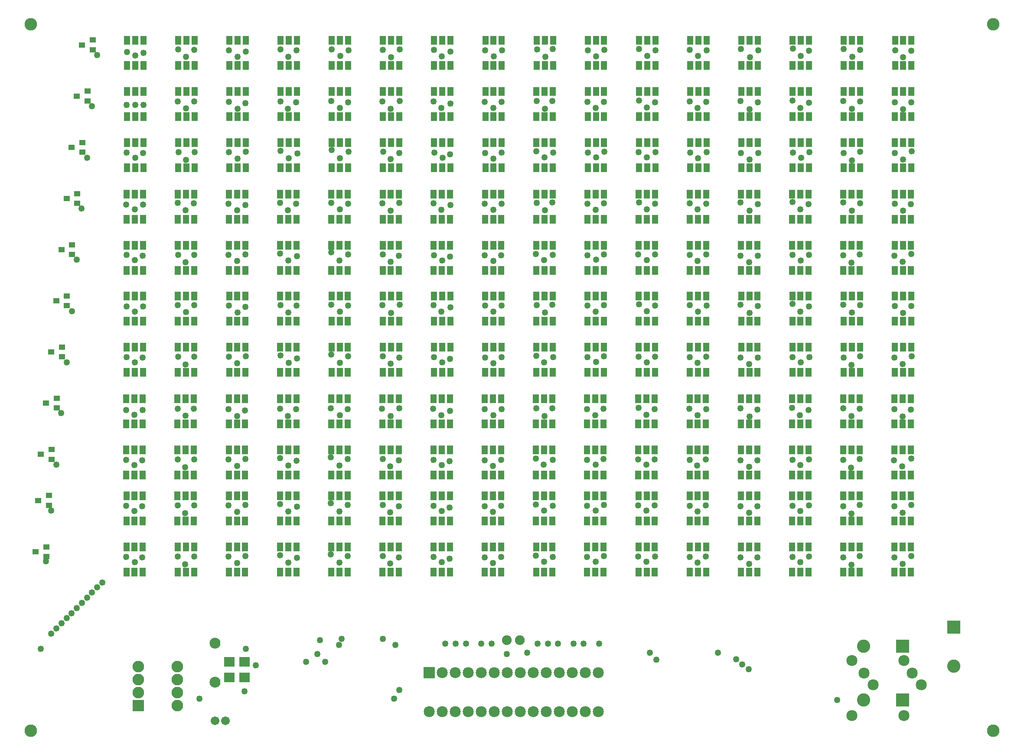
<source format=gts>
G04 MADE WITH FRITZING*
G04 WWW.FRITZING.ORG*
G04 DOUBLE SIDED*
G04 HOLES PLATED*
G04 CONTOUR ON CENTER OF CONTOUR VECTOR*
%ASAXBY*%
%FSLAX23Y23*%
%MOIN*%
%OFA0B0*%
%SFA1.0B1.0*%
%ADD10C,0.049370*%
%ADD11C,0.085000*%
%ADD12C,0.089370*%
%ADD13C,0.075000*%
%ADD14C,0.102000*%
%ADD15C,0.084000*%
%ADD16C,0.067000*%
%ADD17C,0.096614*%
%ADD18R,0.049361X0.069056*%
%ADD19R,0.049389X0.069056*%
%ADD20R,0.049375X0.069056*%
%ADD21R,0.085000X0.085000*%
%ADD22R,0.089370X0.089370*%
%ADD23R,0.045433X0.041496*%
%ADD24R,0.084803X0.072992*%
%ADD25R,0.102000X0.102000*%
%LNMASK1*%
G90*
G70*
G54D10*
X966Y5470D03*
X961Y1589D03*
X1030Y5443D03*
X1092Y5464D03*
X1085Y1585D03*
X6998Y5482D03*
X6935Y5430D03*
X6872Y5484D03*
X6866Y1585D03*
X6929Y1536D03*
X6996Y1596D03*
X6605Y5488D03*
X6599Y1595D03*
X6542Y5433D03*
X6536Y1529D03*
X6477Y5493D03*
X6474Y1586D03*
X6209Y1590D03*
X6211Y5480D03*
X6145Y1548D03*
X6082Y1588D03*
X6086Y5497D03*
X6146Y5440D03*
X5819Y5483D03*
X5757Y5430D03*
X5687Y5493D03*
X5683Y1585D03*
X5749Y1534D03*
X5815Y1585D03*
X5424Y5486D03*
X5418Y1592D03*
X5352Y1544D03*
X5293Y1588D03*
X5295Y5489D03*
X5358Y5440D03*
X5030Y5484D03*
X4966Y5442D03*
X4905Y5496D03*
X4897Y1592D03*
X4961Y1550D03*
X5026Y1592D03*
X4636Y5488D03*
X4632Y1593D03*
X4571Y1551D03*
X4505Y1587D03*
X4509Y5486D03*
X4572Y5439D03*
X4240Y5493D03*
X4183Y5434D03*
X4119Y5491D03*
X4109Y1597D03*
X4172Y1550D03*
X4240Y1588D03*
X3850Y5486D03*
X3844Y1587D03*
X3781Y1542D03*
X3716Y1585D03*
X3721Y5486D03*
X3787Y5439D03*
X3455Y5473D03*
X3447Y1576D03*
X3387Y5439D03*
X3326Y5488D03*
X3325Y1587D03*
X3388Y1547D03*
X3064Y5492D03*
X3056Y1584D03*
X2997Y5431D03*
X2991Y1538D03*
X2933Y5488D03*
X2932Y1595D03*
X2669Y5484D03*
X2606Y5441D03*
X2539Y5492D03*
X2535Y1608D03*
X2600Y1545D03*
X2665Y1595D03*
X2270Y5484D03*
X2207Y5433D03*
X2148Y5490D03*
X2272Y1580D03*
X2207Y1545D03*
X2144Y1601D03*
X1879Y5475D03*
X1877Y1595D03*
X1818Y5433D03*
X1812Y1542D03*
X1751Y5486D03*
X1747Y1591D03*
X1482Y1591D03*
X1484Y5488D03*
X1421Y5435D03*
X1415Y1532D03*
X1358Y1591D03*
X1360Y5490D03*
X1026Y1549D03*
X960Y2719D03*
X963Y3515D03*
X961Y4299D03*
X964Y5065D03*
X963Y3125D03*
X960Y2336D03*
X962Y3910D03*
X965Y4699D03*
X1028Y3476D03*
X1025Y2680D03*
X1027Y4261D03*
X1029Y5066D03*
X1091Y3515D03*
X1088Y2718D03*
X1089Y4299D03*
X1092Y5065D03*
X1085Y2332D03*
X1088Y3121D03*
X1086Y3906D03*
X1089Y4695D03*
X6996Y3517D03*
X6993Y2721D03*
X6995Y4302D03*
X6996Y5084D03*
X6931Y2669D03*
X6933Y3465D03*
X6932Y4250D03*
X6933Y5032D03*
X6871Y3519D03*
X6868Y2723D03*
X6869Y4304D03*
X6870Y5086D03*
X6868Y3121D03*
X6865Y2332D03*
X6867Y3906D03*
X6870Y4695D03*
X6931Y3072D03*
X6928Y2283D03*
X6930Y3857D03*
X6933Y4646D03*
X6999Y3132D03*
X6996Y2343D03*
X6997Y3918D03*
X7000Y4707D03*
X6603Y3523D03*
X6600Y2727D03*
X6602Y4308D03*
X6603Y5090D03*
X6599Y2342D03*
X6602Y3131D03*
X6600Y3916D03*
X6603Y4705D03*
X6540Y3468D03*
X6538Y2671D03*
X6539Y4252D03*
X6540Y5034D03*
X6538Y3065D03*
X6535Y2276D03*
X6537Y3850D03*
X6540Y4639D03*
X6473Y2732D03*
X6475Y3528D03*
X6474Y4313D03*
X6475Y5095D03*
X6477Y3122D03*
X6474Y2333D03*
X6475Y3907D03*
X6478Y4696D03*
X6209Y2337D03*
X6212Y3126D03*
X6210Y3912D03*
X6213Y4701D03*
X6209Y3515D03*
X6206Y2719D03*
X6208Y4300D03*
X6209Y5082D03*
X6147Y3084D03*
X6144Y2295D03*
X6146Y3869D03*
X6149Y4658D03*
X6082Y2335D03*
X6084Y3124D03*
X6083Y3910D03*
X6086Y4699D03*
X6081Y2736D03*
X6084Y3533D03*
X6083Y4317D03*
X6084Y5099D03*
X6141Y2679D03*
X6144Y3475D03*
X6143Y4260D03*
X6144Y5042D03*
X5814Y2721D03*
X5817Y3518D03*
X5816Y4302D03*
X5817Y5084D03*
X5752Y2669D03*
X5755Y3465D03*
X5754Y4250D03*
X5754Y5032D03*
X5685Y3528D03*
X5683Y2732D03*
X5684Y4313D03*
X5685Y5095D03*
X5683Y2332D03*
X5685Y3121D03*
X5684Y3906D03*
X5687Y4695D03*
X5751Y3070D03*
X5749Y2281D03*
X5750Y3856D03*
X5753Y4645D03*
X5814Y2332D03*
X5817Y3121D03*
X5816Y3906D03*
X5819Y4695D03*
X5422Y3521D03*
X5419Y2725D03*
X5421Y4306D03*
X5421Y5088D03*
X5417Y2339D03*
X5420Y3128D03*
X5419Y3913D03*
X5422Y4702D03*
X5354Y3081D03*
X5351Y2291D03*
X5353Y3866D03*
X5356Y4655D03*
X5292Y2335D03*
X5295Y3124D03*
X5294Y3910D03*
X5297Y4699D03*
X5293Y3525D03*
X5290Y2728D03*
X5292Y4309D03*
X5293Y5091D03*
X5353Y2679D03*
X5356Y3476D03*
X5355Y4260D03*
X5355Y5042D03*
X5028Y3520D03*
X5025Y2723D03*
X5027Y4304D03*
X5027Y5086D03*
X4961Y2681D03*
X4964Y3477D03*
X4963Y4262D03*
X4963Y5044D03*
X4903Y3531D03*
X4900Y2735D03*
X4902Y4316D03*
X4902Y5098D03*
X4897Y2339D03*
X4899Y3128D03*
X4898Y3913D03*
X4901Y4702D03*
X4961Y2297D03*
X4964Y3086D03*
X4963Y3871D03*
X4965Y4660D03*
X5025Y2339D03*
X5028Y3128D03*
X5027Y3913D03*
X5030Y4702D03*
X4634Y3523D03*
X4631Y2727D03*
X4633Y4307D03*
X4634Y5089D03*
X4631Y2340D03*
X4634Y3130D03*
X4633Y3915D03*
X4636Y4704D03*
X4570Y2298D03*
X4573Y3087D03*
X4572Y3873D03*
X4575Y4662D03*
X4507Y3123D03*
X4504Y2334D03*
X4506Y3908D03*
X4509Y4697D03*
X4504Y2725D03*
X4507Y3521D03*
X4506Y4306D03*
X4507Y5088D03*
X4570Y3474D03*
X4567Y2678D03*
X4569Y4258D03*
X4569Y5040D03*
X4236Y2732D03*
X4238Y3528D03*
X4237Y4313D03*
X4238Y5095D03*
X4178Y2672D03*
X4181Y3469D03*
X4180Y4253D03*
X4180Y5035D03*
X4117Y3526D03*
X4114Y2730D03*
X4116Y4311D03*
X4116Y5093D03*
X4109Y2344D03*
X4112Y3133D03*
X4111Y3918D03*
X4113Y4707D03*
X4171Y2297D03*
X4174Y3086D03*
X4173Y3871D03*
X4176Y4660D03*
X4239Y2335D03*
X4242Y3124D03*
X4241Y3910D03*
X4244Y4699D03*
X3848Y3522D03*
X3846Y2725D03*
X3847Y4306D03*
X3848Y5088D03*
X3847Y3123D03*
X3844Y2334D03*
X3845Y3909D03*
X3848Y4698D03*
X3784Y3078D03*
X3781Y2289D03*
X3782Y3863D03*
X3785Y4652D03*
X3719Y3122D03*
X3716Y2332D03*
X3718Y3907D03*
X3720Y4696D03*
X3716Y2725D03*
X3719Y3522D03*
X3718Y4306D03*
X3718Y5088D03*
X3785Y3474D03*
X3783Y2677D03*
X3784Y4258D03*
X3785Y5040D03*
X3453Y3508D03*
X3451Y2712D03*
X3452Y4293D03*
X3453Y5075D03*
X3450Y3112D03*
X3447Y2323D03*
X3449Y3897D03*
X3451Y4686D03*
X3382Y2677D03*
X3385Y3474D03*
X3384Y4258D03*
X3384Y5040D03*
X3324Y3523D03*
X3321Y2727D03*
X3323Y4308D03*
X3323Y5090D03*
X3328Y3123D03*
X3325Y2334D03*
X3326Y3909D03*
X3329Y4698D03*
X3391Y3083D03*
X3388Y2294D03*
X3389Y3869D03*
X3392Y4658D03*
X3062Y3527D03*
X3060Y2731D03*
X3061Y4312D03*
X3062Y5094D03*
X3059Y3120D03*
X3056Y2331D03*
X3057Y3905D03*
X3060Y4694D03*
X2996Y3466D03*
X2993Y2670D03*
X2994Y4251D03*
X2995Y5033D03*
X2994Y3074D03*
X2991Y2285D03*
X2992Y3859D03*
X2995Y4648D03*
X2928Y2727D03*
X2931Y3523D03*
X2930Y4308D03*
X2930Y5090D03*
X2932Y2342D03*
X2934Y3131D03*
X2933Y3916D03*
X2936Y4705D03*
X2665Y2723D03*
X2667Y3520D03*
X2666Y4304D03*
X2667Y5086D03*
X2602Y2679D03*
X2604Y3476D03*
X2603Y4260D03*
X2604Y5042D03*
X2535Y2731D03*
X2538Y3527D03*
X2536Y4312D03*
X2537Y5094D03*
X2538Y3144D03*
X2535Y2355D03*
X2536Y3930D03*
X2539Y4719D03*
X2602Y3081D03*
X2600Y2292D03*
X2601Y3867D03*
X2604Y4656D03*
X2667Y3131D03*
X2665Y2342D03*
X2666Y3916D03*
X2669Y4705D03*
X2266Y2723D03*
X2269Y3520D03*
X2267Y4304D03*
X2268Y5086D03*
X2206Y3468D03*
X2203Y2672D03*
X2204Y4253D03*
X2205Y5035D03*
X2146Y3525D03*
X2144Y2729D03*
X2145Y4310D03*
X2146Y5092D03*
X2274Y3116D03*
X2271Y2327D03*
X2273Y3901D03*
X2276Y4690D03*
X2209Y3081D03*
X2207Y2292D03*
X2208Y3867D03*
X2211Y4656D03*
X2146Y3137D03*
X2144Y2348D03*
X2145Y3922D03*
X2148Y4711D03*
X1877Y3510D03*
X1875Y2714D03*
X1876Y4295D03*
X1877Y5077D03*
X1879Y3131D03*
X1876Y2342D03*
X1878Y3916D03*
X1881Y4705D03*
X1814Y2672D03*
X1816Y3468D03*
X1815Y4253D03*
X1816Y5035D03*
X1814Y3078D03*
X1812Y2289D03*
X1813Y3863D03*
X1816Y4652D03*
X1747Y2725D03*
X1750Y3522D03*
X1748Y4306D03*
X1749Y5088D03*
X1747Y2338D03*
X1750Y3127D03*
X1748Y3912D03*
X1751Y4702D03*
X1482Y2338D03*
X1484Y3127D03*
X1483Y3912D03*
X1486Y4702D03*
X1480Y2727D03*
X1482Y3523D03*
X1481Y4308D03*
X1482Y5090D03*
X1419Y3470D03*
X1417Y2674D03*
X1418Y4255D03*
X1419Y5037D03*
X1418Y3068D03*
X1415Y2279D03*
X1416Y3853D03*
X1419Y4642D03*
X1360Y3127D03*
X1357Y2338D03*
X1359Y3912D03*
X1362Y4702D03*
X1358Y3525D03*
X1356Y2729D03*
X1357Y4310D03*
X1358Y5092D03*
X1025Y2296D03*
X1028Y3085D03*
X1027Y3870D03*
X1030Y4659D03*
X961Y1982D03*
X1085Y1978D03*
X6866Y1978D03*
X6929Y1929D03*
X6996Y1989D03*
X6599Y1988D03*
X6536Y1922D03*
X6474Y1979D03*
X6209Y1984D03*
X6144Y1941D03*
X6082Y1982D03*
X5683Y1978D03*
X5749Y1928D03*
X5815Y1978D03*
X5418Y1985D03*
X5352Y1938D03*
X5292Y1982D03*
X4897Y1985D03*
X4961Y1943D03*
X5025Y1985D03*
X4632Y1987D03*
X4571Y1944D03*
X4505Y1980D03*
X4109Y1990D03*
X4172Y1943D03*
X4239Y1982D03*
X3844Y1981D03*
X3781Y1935D03*
X3716Y1979D03*
X3447Y1969D03*
X3325Y1981D03*
X3388Y1940D03*
X3056Y1977D03*
X2991Y1931D03*
X2932Y1988D03*
X2535Y2002D03*
X2600Y1939D03*
X2665Y1988D03*
X2272Y1973D03*
X2207Y1939D03*
X2144Y1994D03*
X1877Y1988D03*
X1812Y1935D03*
X1747Y1984D03*
X1482Y1984D03*
X1415Y1925D03*
X1358Y1984D03*
X1025Y1942D03*
G54D11*
X3291Y699D03*
X3291Y399D03*
X3391Y699D03*
X3391Y399D03*
X3491Y699D03*
X3491Y399D03*
X3591Y699D03*
X3591Y399D03*
X3691Y699D03*
X3691Y399D03*
X3791Y699D03*
X3791Y399D03*
X3891Y699D03*
X3891Y399D03*
X3991Y699D03*
X3991Y399D03*
X4091Y699D03*
X4091Y399D03*
X4191Y699D03*
X4191Y399D03*
X4291Y699D03*
X4291Y399D03*
X4391Y699D03*
X4391Y399D03*
X4491Y699D03*
X4491Y399D03*
X4591Y699D03*
X4591Y399D03*
X3291Y699D03*
X3291Y399D03*
X3391Y699D03*
X3391Y399D03*
X3491Y699D03*
X3491Y399D03*
X3591Y699D03*
X3591Y399D03*
X3691Y699D03*
X3691Y399D03*
X3791Y699D03*
X3791Y399D03*
X3891Y699D03*
X3891Y399D03*
X3991Y699D03*
X3991Y399D03*
X4091Y699D03*
X4091Y399D03*
X4191Y699D03*
X4191Y399D03*
X4291Y699D03*
X4291Y399D03*
X4391Y699D03*
X4391Y399D03*
X4491Y699D03*
X4491Y399D03*
X4591Y699D03*
X4591Y399D03*
G54D12*
X1053Y444D03*
X1353Y444D03*
X1053Y544D03*
X1353Y544D03*
X1053Y644D03*
X1353Y644D03*
X1053Y744D03*
X1353Y744D03*
X1053Y444D03*
X1353Y444D03*
X1053Y544D03*
X1353Y544D03*
X1053Y644D03*
X1353Y644D03*
X1053Y744D03*
X1353Y744D03*
G54D10*
X3887Y841D03*
X2430Y842D03*
X2490Y782D03*
X3031Y910D03*
X2598Y910D03*
X2933Y959D03*
X2618Y959D03*
X3021Y497D03*
X5510Y851D03*
X5649Y802D03*
X4045Y851D03*
X3061Y565D03*
X1525Y497D03*
X5698Y762D03*
X5748Y723D03*
X777Y1392D03*
X738Y1353D03*
X659Y1274D03*
X698Y1314D03*
X620Y1235D03*
X580Y1195D03*
X541Y1156D03*
X502Y1117D03*
X462Y1077D03*
X423Y1038D03*
X383Y999D03*
X345Y1555D03*
X383Y1945D03*
X424Y2297D03*
X461Y2693D03*
X502Y3086D03*
X543Y3478D03*
X581Y3875D03*
X617Y4267D03*
X659Y4659D03*
X698Y5055D03*
X738Y5449D03*
X3415Y920D03*
X3494Y920D03*
X3572Y920D03*
X3691Y920D03*
X3769Y920D03*
X4124Y920D03*
X4202Y920D03*
X4281Y920D03*
X4399Y920D03*
X4478Y920D03*
X4596Y920D03*
X305Y880D03*
G54D13*
X3987Y949D03*
X3887Y949D03*
X3987Y949D03*
X3887Y949D03*
X3987Y949D03*
X3887Y949D03*
G54D10*
X1870Y556D03*
X2342Y782D03*
X2450Y949D03*
X1958Y753D03*
X5037Y799D03*
X4986Y852D03*
X1880Y882D03*
G54D14*
X6929Y900D03*
X6629Y900D03*
X6929Y900D03*
X6629Y900D03*
X6929Y487D03*
X6629Y487D03*
X6929Y487D03*
X6629Y487D03*
G54D11*
X6939Y792D03*
X6539Y792D03*
X6939Y792D03*
X6539Y792D03*
X6939Y369D03*
X6539Y369D03*
X6939Y369D03*
X6539Y369D03*
G54D10*
X6427Y487D03*
G54D11*
X6702Y605D03*
X7072Y605D03*
X6702Y605D03*
X7072Y605D03*
X6702Y605D03*
X7072Y605D03*
X6633Y693D03*
X7003Y693D03*
X6633Y693D03*
X7003Y693D03*
X6633Y693D03*
X7003Y693D03*
G54D14*
X7322Y1048D03*
X7322Y748D03*
X7322Y1048D03*
X7322Y748D03*
G54D15*
X1643Y625D03*
X1643Y925D03*
X1643Y625D03*
X1643Y925D03*
X1643Y625D03*
X1643Y925D03*
G54D16*
X1722Y329D03*
X1643Y329D03*
X1722Y329D03*
X1643Y329D03*
X1722Y329D03*
X1643Y329D03*
G54D17*
X7628Y251D03*
X226Y251D03*
X7628Y5684D03*
X226Y5684D03*
G54D18*
X962Y1471D03*
G54D19*
X1025Y1471D03*
G54D20*
X1088Y1471D03*
X1088Y1664D03*
G54D19*
X1025Y1664D03*
G54D18*
X962Y1664D03*
X4112Y1471D03*
G54D19*
X4175Y1471D03*
G54D20*
X4238Y1471D03*
X4238Y1664D03*
G54D19*
X4175Y1664D03*
G54D18*
X4112Y1664D03*
X4116Y5369D03*
G54D19*
X4179Y5369D03*
G54D20*
X4242Y5369D03*
X4242Y5562D03*
G54D19*
X4179Y5562D03*
G54D18*
X4116Y5562D03*
X966Y5369D03*
G54D19*
X1029Y5369D03*
G54D20*
X1092Y5369D03*
X1092Y5562D03*
G54D19*
X1029Y5562D03*
G54D18*
X966Y5562D03*
X4505Y1471D03*
G54D19*
X4568Y1471D03*
G54D20*
X4631Y1471D03*
X4631Y1664D03*
G54D19*
X4568Y1664D03*
G54D18*
X4505Y1664D03*
X4509Y5369D03*
G54D19*
X4572Y5369D03*
G54D20*
X4635Y5369D03*
X4635Y5562D03*
G54D19*
X4572Y5562D03*
G54D18*
X4509Y5562D03*
X1356Y1471D03*
G54D19*
X1419Y1471D03*
G54D20*
X1482Y1471D03*
X1482Y1664D03*
G54D19*
X1419Y1664D03*
G54D18*
X1356Y1664D03*
X1360Y5369D03*
G54D19*
X1423Y5369D03*
G54D20*
X1486Y5369D03*
X1486Y5562D03*
G54D19*
X1423Y5562D03*
G54D18*
X1360Y5562D03*
X1749Y1471D03*
G54D19*
X1812Y1471D03*
G54D20*
X1875Y1471D03*
X1875Y1664D03*
G54D19*
X1812Y1664D03*
G54D18*
X1749Y1664D03*
X4903Y5369D03*
G54D19*
X4966Y5369D03*
G54D20*
X5029Y5369D03*
X5029Y5562D03*
G54D19*
X4966Y5562D03*
G54D18*
X4903Y5562D03*
X4899Y1471D03*
G54D19*
X4962Y1471D03*
G54D20*
X5025Y1471D03*
X5025Y1664D03*
G54D19*
X4962Y1664D03*
G54D18*
X4899Y1664D03*
X1753Y5369D03*
G54D19*
X1816Y5369D03*
G54D20*
X1879Y5369D03*
X1879Y5562D03*
G54D19*
X1816Y5562D03*
G54D18*
X1753Y5562D03*
X5293Y1471D03*
G54D19*
X5356Y1471D03*
G54D20*
X5419Y1471D03*
X5419Y1664D03*
G54D19*
X5356Y1664D03*
G54D18*
X5293Y1664D03*
X5297Y5369D03*
G54D19*
X5360Y5369D03*
G54D20*
X5423Y5369D03*
X5423Y5562D03*
G54D19*
X5360Y5562D03*
G54D18*
X5297Y5562D03*
X2147Y5369D03*
G54D19*
X2210Y5369D03*
G54D20*
X2273Y5369D03*
X2273Y5562D03*
G54D19*
X2210Y5562D03*
G54D18*
X2147Y5562D03*
X2143Y1471D03*
G54D19*
X2206Y1471D03*
G54D20*
X2269Y1471D03*
X2269Y1664D03*
G54D19*
X2206Y1664D03*
G54D18*
X2143Y1664D03*
X2541Y5369D03*
G54D19*
X2604Y5369D03*
G54D20*
X2667Y5369D03*
X2667Y5562D03*
G54D19*
X2604Y5562D03*
G54D18*
X2541Y5562D03*
X2537Y1471D03*
G54D19*
X2600Y1471D03*
G54D20*
X2663Y1471D03*
X2663Y1664D03*
G54D19*
X2600Y1664D03*
G54D18*
X2537Y1664D03*
X5690Y5369D03*
G54D19*
X5753Y5369D03*
G54D20*
X5816Y5369D03*
X5816Y5562D03*
G54D19*
X5753Y5562D03*
G54D18*
X5690Y5562D03*
X5686Y1471D03*
G54D19*
X5749Y1471D03*
G54D20*
X5812Y1471D03*
X5812Y1664D03*
G54D19*
X5749Y1664D03*
G54D18*
X5686Y1664D03*
X6080Y1471D03*
G54D19*
X6143Y1471D03*
G54D20*
X6206Y1471D03*
X6206Y1664D03*
G54D19*
X6143Y1664D03*
G54D18*
X6080Y1664D03*
X6084Y5369D03*
G54D19*
X6147Y5369D03*
G54D20*
X6210Y5369D03*
X6210Y5562D03*
G54D19*
X6147Y5562D03*
G54D18*
X6084Y5562D03*
X2930Y1471D03*
G54D19*
X2993Y1471D03*
G54D20*
X3056Y1471D03*
X3056Y1664D03*
G54D19*
X2993Y1664D03*
G54D18*
X2930Y1664D03*
X2935Y5369D03*
G54D19*
X2998Y5369D03*
G54D20*
X3061Y5369D03*
X3061Y5562D03*
G54D19*
X2998Y5562D03*
G54D18*
X2935Y5562D03*
X3324Y1471D03*
G54D19*
X3387Y1471D03*
G54D20*
X3450Y1471D03*
X3450Y1664D03*
G54D19*
X3387Y1664D03*
G54D18*
X3324Y1664D03*
X6478Y5369D03*
G54D19*
X6541Y5369D03*
G54D20*
X6604Y5369D03*
X6604Y5562D03*
G54D19*
X6541Y5562D03*
G54D18*
X6478Y5562D03*
X3328Y5369D03*
G54D19*
X3391Y5369D03*
G54D20*
X3454Y5369D03*
X3454Y5562D03*
G54D19*
X3391Y5562D03*
G54D18*
X3328Y5562D03*
X6474Y1471D03*
G54D19*
X6537Y1471D03*
G54D20*
X6600Y1471D03*
X6600Y1664D03*
G54D19*
X6537Y1664D03*
G54D18*
X6474Y1664D03*
X3722Y5369D03*
G54D19*
X3785Y5369D03*
G54D20*
X3848Y5369D03*
X3848Y5562D03*
G54D19*
X3785Y5562D03*
G54D18*
X3722Y5562D03*
X6867Y1471D03*
G54D19*
X6930Y1471D03*
G54D20*
X6993Y1471D03*
X6993Y1664D03*
G54D19*
X6930Y1664D03*
G54D18*
X6867Y1664D03*
X6872Y5369D03*
G54D19*
X6935Y5369D03*
G54D20*
X6998Y5369D03*
X6998Y5562D03*
G54D19*
X6935Y5562D03*
G54D18*
X6872Y5562D03*
X3718Y1471D03*
G54D19*
X3781Y1471D03*
G54D20*
X3844Y1471D03*
X3844Y1664D03*
G54D19*
X3781Y1664D03*
G54D18*
X3718Y1664D03*
X964Y3007D03*
G54D19*
X1027Y3007D03*
G54D20*
X1090Y3007D03*
X1090Y3200D03*
G54D19*
X1027Y3200D03*
G54D18*
X964Y3200D03*
X961Y2218D03*
G54D19*
X1024Y2218D03*
G54D20*
X1087Y2218D03*
X1087Y2411D03*
G54D19*
X1024Y2411D03*
G54D18*
X961Y2411D03*
X963Y3792D03*
G54D19*
X1026Y3792D03*
G54D20*
X1089Y3792D03*
X1089Y3985D03*
G54D19*
X1026Y3985D03*
G54D18*
X963Y3985D03*
X966Y4581D03*
G54D19*
X1029Y4581D03*
G54D20*
X1092Y4581D03*
X1092Y4774D03*
G54D19*
X1029Y4774D03*
G54D18*
X966Y4774D03*
X4111Y2218D03*
G54D19*
X4174Y2218D03*
G54D20*
X4237Y2218D03*
X4237Y2411D03*
G54D19*
X4174Y2411D03*
G54D18*
X4111Y2411D03*
X4114Y3007D03*
G54D19*
X4177Y3007D03*
G54D20*
X4240Y3007D03*
X4240Y3200D03*
G54D19*
X4177Y3200D03*
G54D18*
X4114Y3200D03*
X4113Y3792D03*
G54D19*
X4176Y3792D03*
G54D20*
X4239Y3792D03*
X4239Y3985D03*
G54D19*
X4176Y3985D03*
G54D18*
X4113Y3985D03*
X4115Y4581D03*
G54D19*
X4178Y4581D03*
G54D20*
X4241Y4581D03*
X4241Y4774D03*
G54D19*
X4178Y4774D03*
G54D18*
X4115Y4774D03*
X4114Y3401D03*
G54D19*
X4177Y3401D03*
G54D20*
X4240Y3401D03*
X4240Y3594D03*
G54D19*
X4177Y3594D03*
G54D18*
X4114Y3594D03*
X4111Y2612D03*
G54D19*
X4174Y2612D03*
G54D20*
X4237Y2612D03*
X4237Y2805D03*
G54D19*
X4174Y2805D03*
G54D18*
X4111Y2805D03*
X4113Y4186D03*
G54D19*
X4176Y4186D03*
G54D20*
X4239Y4186D03*
X4239Y4379D03*
G54D19*
X4176Y4379D03*
G54D18*
X4113Y4379D03*
X4115Y4975D03*
G54D19*
X4178Y4975D03*
G54D20*
X4241Y4975D03*
X4241Y5168D03*
G54D19*
X4178Y5168D03*
G54D18*
X4115Y5168D03*
X964Y3401D03*
G54D19*
X1027Y3401D03*
G54D20*
X1090Y3401D03*
X1090Y3594D03*
G54D19*
X1027Y3594D03*
G54D18*
X964Y3594D03*
X961Y2612D03*
G54D19*
X1024Y2612D03*
G54D20*
X1087Y2612D03*
X1087Y2805D03*
G54D19*
X1024Y2805D03*
G54D18*
X961Y2805D03*
X963Y4186D03*
G54D19*
X1026Y4186D03*
G54D20*
X1089Y4186D03*
X1089Y4379D03*
G54D19*
X1026Y4379D03*
G54D18*
X963Y4379D03*
X966Y4975D03*
G54D19*
X1029Y4975D03*
G54D20*
X1092Y4975D03*
X1092Y5168D03*
G54D19*
X1029Y5168D03*
G54D18*
X966Y5168D03*
X4508Y3007D03*
G54D19*
X4571Y3007D03*
G54D20*
X4634Y3007D03*
X4634Y3200D03*
G54D19*
X4571Y3200D03*
G54D18*
X4508Y3200D03*
X4505Y2218D03*
G54D19*
X4568Y2218D03*
G54D20*
X4631Y2218D03*
X4631Y2411D03*
G54D19*
X4568Y2411D03*
G54D18*
X4505Y2411D03*
X4506Y3792D03*
G54D19*
X4569Y3792D03*
G54D20*
X4632Y3792D03*
X4632Y3985D03*
G54D19*
X4569Y3985D03*
G54D18*
X4506Y3985D03*
X4509Y4581D03*
G54D19*
X4572Y4581D03*
G54D20*
X4635Y4581D03*
X4635Y4774D03*
G54D19*
X4572Y4774D03*
G54D18*
X4509Y4774D03*
X4508Y3401D03*
G54D19*
X4571Y3401D03*
G54D20*
X4634Y3401D03*
X4634Y3594D03*
G54D19*
X4571Y3594D03*
G54D18*
X4508Y3594D03*
X4505Y2612D03*
G54D19*
X4568Y2612D03*
G54D20*
X4631Y2612D03*
X4631Y2805D03*
G54D19*
X4568Y2805D03*
G54D18*
X4505Y2805D03*
X4506Y4186D03*
G54D19*
X4569Y4186D03*
G54D20*
X4632Y4186D03*
X4632Y4379D03*
G54D19*
X4569Y4379D03*
G54D18*
X4506Y4379D03*
X4509Y4975D03*
G54D19*
X4572Y4975D03*
G54D20*
X4635Y4975D03*
X4635Y5168D03*
G54D19*
X4572Y5168D03*
G54D18*
X4509Y5168D03*
X1358Y3007D03*
G54D19*
X1421Y3007D03*
G54D20*
X1484Y3007D03*
X1484Y3200D03*
G54D19*
X1421Y3200D03*
G54D18*
X1358Y3200D03*
X1355Y2218D03*
G54D19*
X1418Y2218D03*
G54D20*
X1481Y2218D03*
X1481Y2411D03*
G54D19*
X1418Y2411D03*
G54D18*
X1355Y2411D03*
X1357Y3792D03*
G54D19*
X1420Y3792D03*
G54D20*
X1483Y3792D03*
X1483Y3985D03*
G54D19*
X1420Y3985D03*
G54D18*
X1357Y3985D03*
X1360Y4581D03*
G54D19*
X1423Y4581D03*
G54D20*
X1486Y4581D03*
X1486Y4774D03*
G54D19*
X1423Y4774D03*
G54D18*
X1360Y4774D03*
X1355Y2612D03*
G54D19*
X1418Y2612D03*
G54D20*
X1481Y2612D03*
X1481Y2805D03*
G54D19*
X1418Y2805D03*
G54D18*
X1355Y2805D03*
X1358Y3401D03*
G54D19*
X1421Y3401D03*
G54D20*
X1484Y3401D03*
X1484Y3594D03*
G54D19*
X1421Y3594D03*
G54D18*
X1358Y3594D03*
X1357Y4186D03*
G54D19*
X1420Y4186D03*
G54D20*
X1483Y4186D03*
X1483Y4379D03*
G54D19*
X1420Y4379D03*
G54D18*
X1357Y4379D03*
X1360Y4975D03*
G54D19*
X1423Y4975D03*
G54D20*
X1486Y4975D03*
X1486Y5168D03*
G54D19*
X1423Y5168D03*
G54D18*
X1360Y5168D03*
X1752Y3007D03*
G54D19*
X1815Y3007D03*
G54D20*
X1878Y3007D03*
X1878Y3200D03*
G54D19*
X1815Y3200D03*
G54D18*
X1752Y3200D03*
X1749Y2218D03*
G54D19*
X1812Y2218D03*
G54D20*
X1875Y2218D03*
X1875Y2411D03*
G54D19*
X1812Y2411D03*
G54D18*
X1749Y2411D03*
X1750Y3792D03*
G54D19*
X1813Y3792D03*
G54D20*
X1876Y3792D03*
X1876Y3985D03*
G54D19*
X1813Y3985D03*
G54D18*
X1750Y3985D03*
X1753Y4581D03*
G54D19*
X1816Y4581D03*
G54D20*
X1879Y4581D03*
X1879Y4774D03*
G54D19*
X1816Y4774D03*
G54D18*
X1753Y4774D03*
X4898Y2612D03*
G54D19*
X4961Y2612D03*
G54D20*
X5024Y2612D03*
X5024Y2805D03*
G54D19*
X4961Y2805D03*
G54D18*
X4898Y2805D03*
X4901Y3401D03*
G54D19*
X4964Y3401D03*
G54D20*
X5027Y3401D03*
X5027Y3594D03*
G54D19*
X4964Y3594D03*
G54D18*
X4901Y3594D03*
X4900Y4186D03*
G54D19*
X4963Y4186D03*
G54D20*
X5026Y4186D03*
X5026Y4379D03*
G54D19*
X4963Y4379D03*
G54D18*
X4900Y4379D03*
X4903Y4975D03*
G54D19*
X4966Y4975D03*
G54D20*
X5029Y4975D03*
X5029Y5168D03*
G54D19*
X4966Y5168D03*
G54D18*
X4903Y5168D03*
X4901Y3007D03*
G54D19*
X4964Y3007D03*
G54D20*
X5027Y3007D03*
X5027Y3200D03*
G54D19*
X4964Y3200D03*
G54D18*
X4901Y3200D03*
X4898Y2218D03*
G54D19*
X4961Y2218D03*
G54D20*
X5024Y2218D03*
X5024Y2411D03*
G54D19*
X4961Y2411D03*
G54D18*
X4898Y2411D03*
X4900Y3792D03*
G54D19*
X4963Y3792D03*
G54D20*
X5026Y3792D03*
X5026Y3985D03*
G54D19*
X4963Y3985D03*
G54D18*
X4900Y3985D03*
X4903Y4581D03*
G54D19*
X4966Y4581D03*
G54D20*
X5029Y4581D03*
X5029Y4774D03*
G54D19*
X4966Y4774D03*
G54D18*
X4903Y4774D03*
X1752Y3401D03*
G54D19*
X1815Y3401D03*
G54D20*
X1878Y3401D03*
X1878Y3594D03*
G54D19*
X1815Y3594D03*
G54D18*
X1752Y3594D03*
X1749Y2612D03*
G54D19*
X1812Y2612D03*
G54D20*
X1875Y2612D03*
X1875Y2805D03*
G54D19*
X1812Y2805D03*
G54D18*
X1749Y2805D03*
X1750Y4186D03*
G54D19*
X1813Y4186D03*
G54D20*
X1876Y4186D03*
X1876Y4379D03*
G54D19*
X1813Y4379D03*
G54D18*
X1750Y4379D03*
X1753Y4975D03*
G54D19*
X1816Y4975D03*
G54D20*
X1879Y4975D03*
X1879Y5168D03*
G54D19*
X1816Y5168D03*
G54D18*
X1753Y5168D03*
X5295Y3007D03*
G54D19*
X5358Y3007D03*
G54D20*
X5421Y3007D03*
X5421Y3200D03*
G54D19*
X5358Y3200D03*
G54D18*
X5295Y3200D03*
X5292Y2218D03*
G54D19*
X5355Y2218D03*
G54D20*
X5418Y2218D03*
X5418Y2411D03*
G54D19*
X5355Y2411D03*
G54D18*
X5292Y2411D03*
X5294Y3792D03*
G54D19*
X5357Y3792D03*
G54D20*
X5420Y3792D03*
X5420Y3985D03*
G54D19*
X5357Y3985D03*
G54D18*
X5294Y3985D03*
X5297Y4581D03*
G54D19*
X5360Y4581D03*
G54D20*
X5423Y4581D03*
X5423Y4774D03*
G54D19*
X5360Y4774D03*
G54D18*
X5297Y4774D03*
X5292Y2612D03*
G54D19*
X5355Y2612D03*
G54D20*
X5418Y2612D03*
X5418Y2805D03*
G54D19*
X5355Y2805D03*
G54D18*
X5292Y2805D03*
X5295Y3401D03*
G54D19*
X5358Y3401D03*
G54D20*
X5421Y3401D03*
X5421Y3594D03*
G54D19*
X5358Y3594D03*
G54D18*
X5295Y3594D03*
X5294Y4186D03*
G54D19*
X5357Y4186D03*
G54D20*
X5420Y4186D03*
X5420Y4379D03*
G54D19*
X5357Y4379D03*
G54D18*
X5294Y4379D03*
X5297Y4975D03*
G54D19*
X5360Y4975D03*
G54D20*
X5423Y4975D03*
X5423Y5168D03*
G54D19*
X5360Y5168D03*
G54D18*
X5297Y5168D03*
X2143Y2612D03*
G54D19*
X2206Y2612D03*
G54D20*
X2269Y2612D03*
X2269Y2805D03*
G54D19*
X2206Y2805D03*
G54D18*
X2143Y2805D03*
X2145Y3401D03*
G54D19*
X2208Y3401D03*
G54D20*
X2271Y3401D03*
X2271Y3594D03*
G54D19*
X2208Y3594D03*
G54D18*
X2145Y3594D03*
X2144Y4186D03*
G54D19*
X2207Y4186D03*
G54D20*
X2270Y4186D03*
X2270Y4379D03*
G54D19*
X2207Y4379D03*
G54D18*
X2144Y4379D03*
X2147Y4975D03*
G54D19*
X2210Y4975D03*
G54D20*
X2273Y4975D03*
X2273Y5168D03*
G54D19*
X2210Y5168D03*
G54D18*
X2147Y5168D03*
X2143Y2218D03*
G54D19*
X2206Y2218D03*
G54D20*
X2269Y2218D03*
X2269Y2411D03*
G54D19*
X2206Y2411D03*
G54D18*
X2143Y2411D03*
X2145Y3007D03*
G54D19*
X2208Y3007D03*
G54D20*
X2271Y3007D03*
X2271Y3200D03*
G54D19*
X2208Y3200D03*
G54D18*
X2145Y3200D03*
X2144Y3792D03*
G54D19*
X2207Y3792D03*
G54D20*
X2270Y3792D03*
X2270Y3985D03*
G54D19*
X2207Y3985D03*
G54D18*
X2144Y3985D03*
X2147Y4581D03*
G54D19*
X2210Y4581D03*
G54D20*
X2273Y4581D03*
X2273Y4774D03*
G54D19*
X2210Y4774D03*
G54D18*
X2147Y4774D03*
X2539Y3401D03*
G54D19*
X2602Y3401D03*
G54D20*
X2665Y3401D03*
X2665Y3594D03*
G54D19*
X2602Y3594D03*
G54D18*
X2539Y3594D03*
X2536Y2612D03*
G54D19*
X2599Y2612D03*
G54D20*
X2662Y2612D03*
X2662Y2805D03*
G54D19*
X2599Y2805D03*
G54D18*
X2536Y2805D03*
X2538Y4186D03*
G54D19*
X2601Y4186D03*
G54D20*
X2664Y4186D03*
X2664Y4379D03*
G54D19*
X2601Y4379D03*
G54D18*
X2538Y4379D03*
X2541Y4975D03*
G54D19*
X2604Y4975D03*
G54D20*
X2667Y4975D03*
X2667Y5168D03*
G54D19*
X2604Y5168D03*
G54D18*
X2541Y5168D03*
X2536Y2218D03*
G54D19*
X2599Y2218D03*
G54D20*
X2662Y2218D03*
X2662Y2411D03*
G54D19*
X2599Y2411D03*
G54D18*
X2536Y2411D03*
X2539Y3007D03*
G54D19*
X2602Y3007D03*
G54D20*
X2665Y3007D03*
X2665Y3200D03*
G54D19*
X2602Y3200D03*
G54D18*
X2539Y3200D03*
X2538Y3792D03*
G54D19*
X2601Y3792D03*
G54D20*
X2664Y3792D03*
X2664Y3985D03*
G54D19*
X2601Y3985D03*
G54D18*
X2538Y3985D03*
X2541Y4581D03*
G54D19*
X2604Y4581D03*
G54D20*
X2667Y4581D03*
X2667Y4774D03*
G54D19*
X2604Y4774D03*
G54D18*
X2541Y4774D03*
X5689Y3401D03*
G54D19*
X5752Y3401D03*
G54D20*
X5815Y3401D03*
X5815Y3594D03*
G54D19*
X5752Y3594D03*
G54D18*
X5689Y3594D03*
X5686Y2612D03*
G54D19*
X5749Y2612D03*
G54D20*
X5812Y2612D03*
X5812Y2805D03*
G54D19*
X5749Y2805D03*
G54D18*
X5686Y2805D03*
X5687Y4186D03*
G54D19*
X5750Y4186D03*
G54D20*
X5813Y4186D03*
X5813Y4379D03*
G54D19*
X5750Y4379D03*
G54D18*
X5687Y4379D03*
X5690Y4975D03*
G54D19*
X5753Y4975D03*
G54D20*
X5816Y4975D03*
X5816Y5168D03*
G54D19*
X5753Y5168D03*
G54D18*
X5690Y5168D03*
X5689Y3007D03*
G54D19*
X5752Y3007D03*
G54D20*
X5815Y3007D03*
X5815Y3200D03*
G54D19*
X5752Y3200D03*
G54D18*
X5689Y3200D03*
X5686Y2218D03*
G54D19*
X5749Y2218D03*
G54D20*
X5812Y2218D03*
X5812Y2411D03*
G54D19*
X5749Y2411D03*
G54D18*
X5686Y2411D03*
X5687Y3792D03*
G54D19*
X5750Y3792D03*
G54D20*
X5813Y3792D03*
X5813Y3985D03*
G54D19*
X5750Y3985D03*
G54D18*
X5687Y3985D03*
X5690Y4581D03*
G54D19*
X5753Y4581D03*
G54D20*
X5816Y4581D03*
X5816Y4774D03*
G54D19*
X5753Y4774D03*
G54D18*
X5690Y4774D03*
X6080Y2218D03*
G54D19*
X6143Y2218D03*
G54D20*
X6206Y2218D03*
X6206Y2411D03*
G54D19*
X6143Y2411D03*
G54D18*
X6080Y2411D03*
X6082Y3007D03*
G54D19*
X6145Y3007D03*
G54D20*
X6208Y3007D03*
X6208Y3200D03*
G54D19*
X6145Y3200D03*
G54D18*
X6082Y3200D03*
X6081Y3792D03*
G54D19*
X6144Y3792D03*
G54D20*
X6207Y3792D03*
X6207Y3985D03*
G54D19*
X6144Y3985D03*
G54D18*
X6081Y3985D03*
X6084Y4581D03*
G54D19*
X6147Y4581D03*
G54D20*
X6210Y4581D03*
X6210Y4774D03*
G54D19*
X6147Y4774D03*
G54D18*
X6084Y4774D03*
X6082Y3401D03*
G54D19*
X6145Y3401D03*
G54D20*
X6208Y3401D03*
X6208Y3594D03*
G54D19*
X6145Y3594D03*
G54D18*
X6082Y3594D03*
X6080Y2612D03*
G54D19*
X6143Y2612D03*
G54D20*
X6206Y2612D03*
X6206Y2805D03*
G54D19*
X6143Y2805D03*
G54D18*
X6080Y2805D03*
X6081Y4186D03*
G54D19*
X6144Y4186D03*
G54D20*
X6207Y4186D03*
X6207Y4379D03*
G54D19*
X6144Y4379D03*
G54D18*
X6081Y4379D03*
X6084Y4975D03*
G54D19*
X6147Y4975D03*
G54D20*
X6210Y4975D03*
X6210Y5168D03*
G54D19*
X6147Y5168D03*
G54D18*
X6084Y5168D03*
X2933Y3007D03*
G54D19*
X2996Y3007D03*
G54D20*
X3059Y3007D03*
X3059Y3200D03*
G54D19*
X2996Y3200D03*
G54D18*
X2933Y3200D03*
X2930Y2218D03*
G54D19*
X2993Y2218D03*
G54D20*
X3056Y2218D03*
X3056Y2411D03*
G54D19*
X2993Y2411D03*
G54D18*
X2930Y2411D03*
X2932Y3792D03*
G54D19*
X2995Y3792D03*
G54D20*
X3058Y3792D03*
X3058Y3985D03*
G54D19*
X2995Y3985D03*
G54D18*
X2932Y3985D03*
X2934Y4581D03*
G54D19*
X2997Y4581D03*
G54D20*
X3060Y4581D03*
X3060Y4774D03*
G54D19*
X2997Y4774D03*
G54D18*
X2934Y4774D03*
X2933Y3401D03*
G54D19*
X2996Y3401D03*
G54D20*
X3059Y3401D03*
X3059Y3594D03*
G54D19*
X2996Y3594D03*
G54D18*
X2933Y3594D03*
X2930Y2612D03*
G54D19*
X2993Y2612D03*
G54D20*
X3056Y2612D03*
X3056Y2805D03*
G54D19*
X2993Y2805D03*
G54D18*
X2930Y2805D03*
X2932Y4186D03*
G54D19*
X2995Y4186D03*
G54D20*
X3058Y4186D03*
X3058Y4379D03*
G54D19*
X2995Y4379D03*
G54D18*
X2932Y4379D03*
X2934Y4975D03*
G54D19*
X2997Y4975D03*
G54D20*
X3060Y4975D03*
X3060Y5168D03*
G54D19*
X2997Y5168D03*
G54D18*
X2934Y5168D03*
X3324Y2218D03*
G54D19*
X3387Y2218D03*
G54D20*
X3450Y2218D03*
X3450Y2411D03*
G54D19*
X3387Y2411D03*
G54D18*
X3324Y2411D03*
X3326Y3007D03*
G54D19*
X3389Y3007D03*
G54D20*
X3452Y3007D03*
X3452Y3200D03*
G54D19*
X3389Y3200D03*
G54D18*
X3326Y3200D03*
X3325Y3792D03*
G54D19*
X3388Y3792D03*
G54D20*
X3451Y3792D03*
X3451Y3985D03*
G54D19*
X3388Y3985D03*
G54D18*
X3325Y3985D03*
X3328Y4581D03*
G54D19*
X3391Y4581D03*
G54D20*
X3454Y4581D03*
X3454Y4774D03*
G54D19*
X3391Y4774D03*
G54D18*
X3328Y4774D03*
X6473Y2612D03*
G54D19*
X6536Y2612D03*
G54D20*
X6599Y2612D03*
X6599Y2805D03*
G54D19*
X6536Y2805D03*
G54D18*
X6473Y2805D03*
X6476Y3401D03*
G54D19*
X6539Y3401D03*
G54D20*
X6602Y3401D03*
X6602Y3594D03*
G54D19*
X6539Y3594D03*
G54D18*
X6476Y3594D03*
X6475Y4186D03*
G54D19*
X6538Y4186D03*
G54D20*
X6601Y4186D03*
X6601Y4379D03*
G54D19*
X6538Y4379D03*
G54D18*
X6475Y4379D03*
X6478Y4975D03*
G54D19*
X6541Y4975D03*
G54D20*
X6604Y4975D03*
X6604Y5168D03*
G54D19*
X6541Y5168D03*
G54D18*
X6478Y5168D03*
X3324Y2612D03*
G54D19*
X3387Y2612D03*
G54D20*
X3450Y2612D03*
X3450Y2805D03*
G54D19*
X3387Y2805D03*
G54D18*
X3324Y2805D03*
X3326Y3401D03*
G54D19*
X3389Y3401D03*
G54D20*
X3452Y3401D03*
X3452Y3594D03*
G54D19*
X3389Y3594D03*
G54D18*
X3326Y3594D03*
X3325Y4186D03*
G54D19*
X3388Y4186D03*
G54D20*
X3451Y4186D03*
X3451Y4379D03*
G54D19*
X3388Y4379D03*
G54D18*
X3325Y4379D03*
X3328Y4975D03*
G54D19*
X3391Y4975D03*
G54D20*
X3454Y4975D03*
X3454Y5168D03*
G54D19*
X3391Y5168D03*
G54D18*
X3328Y5168D03*
X6473Y2218D03*
G54D19*
X6536Y2218D03*
G54D20*
X6599Y2218D03*
X6599Y2411D03*
G54D19*
X6536Y2411D03*
G54D18*
X6473Y2411D03*
X6476Y3007D03*
G54D19*
X6539Y3007D03*
G54D20*
X6602Y3007D03*
X6602Y3200D03*
G54D19*
X6539Y3200D03*
G54D18*
X6476Y3200D03*
X6475Y3792D03*
G54D19*
X6538Y3792D03*
G54D20*
X6601Y3792D03*
X6601Y3985D03*
G54D19*
X6538Y3985D03*
G54D18*
X6475Y3985D03*
X6478Y4581D03*
G54D19*
X6541Y4581D03*
G54D20*
X6604Y4581D03*
X6604Y4774D03*
G54D19*
X6541Y4774D03*
G54D18*
X6478Y4774D03*
X3717Y2612D03*
G54D19*
X3780Y2612D03*
G54D20*
X3843Y2612D03*
X3843Y2805D03*
G54D19*
X3780Y2805D03*
G54D18*
X3717Y2805D03*
X3720Y3401D03*
G54D19*
X3783Y3401D03*
G54D20*
X3846Y3401D03*
X3846Y3594D03*
G54D19*
X3783Y3594D03*
G54D18*
X3720Y3594D03*
X3719Y4186D03*
G54D19*
X3782Y4186D03*
G54D20*
X3845Y4186D03*
X3845Y4379D03*
G54D19*
X3782Y4379D03*
G54D18*
X3719Y4379D03*
X3722Y4975D03*
G54D19*
X3785Y4975D03*
G54D20*
X3848Y4975D03*
X3848Y5168D03*
G54D19*
X3785Y5168D03*
G54D18*
X3722Y5168D03*
X6870Y3007D03*
G54D19*
X6933Y3007D03*
G54D20*
X6996Y3007D03*
X6996Y3200D03*
G54D19*
X6933Y3200D03*
G54D18*
X6870Y3200D03*
X6867Y2218D03*
G54D19*
X6930Y2218D03*
G54D20*
X6993Y2218D03*
X6993Y2411D03*
G54D19*
X6930Y2411D03*
G54D18*
X6867Y2411D03*
X6869Y3792D03*
G54D19*
X6932Y3792D03*
G54D20*
X6995Y3792D03*
X6995Y3985D03*
G54D19*
X6932Y3985D03*
G54D18*
X6869Y3985D03*
X6871Y4581D03*
G54D19*
X6934Y4581D03*
G54D20*
X6997Y4581D03*
X6997Y4774D03*
G54D19*
X6934Y4774D03*
G54D18*
X6871Y4774D03*
X6867Y2612D03*
G54D19*
X6930Y2612D03*
G54D20*
X6993Y2612D03*
X6993Y2805D03*
G54D19*
X6930Y2805D03*
G54D18*
X6867Y2805D03*
X6870Y3401D03*
G54D19*
X6933Y3401D03*
G54D20*
X6996Y3401D03*
X6996Y3594D03*
G54D19*
X6933Y3594D03*
G54D18*
X6870Y3594D03*
X6869Y4186D03*
G54D19*
X6932Y4186D03*
G54D20*
X6995Y4186D03*
X6995Y4379D03*
G54D19*
X6932Y4379D03*
G54D18*
X6869Y4379D03*
X6871Y4975D03*
G54D19*
X6934Y4975D03*
G54D20*
X6997Y4975D03*
X6997Y5168D03*
G54D19*
X6934Y5168D03*
G54D18*
X6871Y5168D03*
X3717Y2218D03*
G54D19*
X3780Y2218D03*
G54D20*
X3843Y2218D03*
X3843Y2411D03*
G54D19*
X3780Y2411D03*
G54D18*
X3717Y2411D03*
X3720Y3007D03*
G54D19*
X3783Y3007D03*
G54D20*
X3846Y3007D03*
X3846Y3200D03*
G54D19*
X3783Y3200D03*
G54D18*
X3720Y3200D03*
X3719Y3792D03*
G54D19*
X3782Y3792D03*
G54D20*
X3845Y3792D03*
X3845Y3985D03*
G54D19*
X3782Y3985D03*
G54D18*
X3719Y3985D03*
X3722Y4581D03*
G54D19*
X3785Y4581D03*
G54D20*
X3848Y4581D03*
X3848Y4774D03*
G54D19*
X3785Y4774D03*
G54D18*
X3722Y4774D03*
G54D21*
X3291Y699D03*
X3291Y699D03*
G54D22*
X1053Y444D03*
X1053Y444D03*
G54D18*
X962Y1864D03*
G54D19*
X1025Y1864D03*
G54D20*
X1088Y1864D03*
X1088Y2057D03*
G54D19*
X1025Y2057D03*
G54D18*
X962Y2057D03*
X4111Y1864D03*
G54D19*
X4174Y1864D03*
G54D20*
X4237Y1864D03*
X4237Y2057D03*
G54D19*
X4174Y2057D03*
G54D18*
X4111Y2057D03*
X4505Y1864D03*
G54D19*
X4568Y1864D03*
G54D20*
X4631Y1864D03*
X4631Y2057D03*
G54D19*
X4568Y2057D03*
G54D18*
X4505Y2057D03*
X1355Y1864D03*
G54D19*
X1418Y1864D03*
G54D20*
X1481Y1864D03*
X1481Y2057D03*
G54D19*
X1418Y2057D03*
G54D18*
X1355Y2057D03*
X1749Y1864D03*
G54D19*
X1812Y1864D03*
G54D20*
X1875Y1864D03*
X1875Y2057D03*
G54D19*
X1812Y2057D03*
G54D18*
X1749Y2057D03*
X4899Y1864D03*
G54D19*
X4962Y1864D03*
G54D20*
X5025Y1864D03*
X5025Y2057D03*
G54D19*
X4962Y2057D03*
G54D18*
X4899Y2057D03*
X5292Y1864D03*
G54D19*
X5355Y1864D03*
G54D20*
X5418Y1864D03*
X5418Y2057D03*
G54D19*
X5355Y2057D03*
G54D18*
X5292Y2057D03*
X2143Y1864D03*
G54D19*
X2206Y1864D03*
G54D20*
X2269Y1864D03*
X2269Y2057D03*
G54D19*
X2206Y2057D03*
G54D18*
X2143Y2057D03*
X2537Y1864D03*
G54D19*
X2600Y1864D03*
G54D20*
X2663Y1864D03*
X2663Y2057D03*
G54D19*
X2600Y2057D03*
G54D18*
X2537Y2057D03*
X5686Y1864D03*
G54D19*
X5749Y1864D03*
G54D20*
X5812Y1864D03*
X5812Y2057D03*
G54D19*
X5749Y2057D03*
G54D18*
X5686Y2057D03*
X6080Y1864D03*
G54D19*
X6143Y1864D03*
G54D20*
X6206Y1864D03*
X6206Y2057D03*
G54D19*
X6143Y2057D03*
G54D18*
X6080Y2057D03*
X2930Y1864D03*
G54D19*
X2993Y1864D03*
G54D20*
X3056Y1864D03*
X3056Y2057D03*
G54D19*
X2993Y2057D03*
G54D18*
X2930Y2057D03*
X3324Y1864D03*
G54D19*
X3387Y1864D03*
G54D20*
X3450Y1864D03*
X3450Y2057D03*
G54D19*
X3387Y2057D03*
G54D18*
X3324Y2057D03*
X6474Y1864D03*
G54D19*
X6537Y1864D03*
G54D20*
X6600Y1864D03*
X6600Y2057D03*
G54D19*
X6537Y2057D03*
G54D18*
X6474Y2057D03*
X6867Y1864D03*
G54D19*
X6930Y1864D03*
G54D20*
X6993Y1864D03*
X6993Y2057D03*
G54D19*
X6930Y2057D03*
G54D18*
X6867Y2057D03*
X3718Y1864D03*
G54D19*
X3781Y1864D03*
G54D20*
X3844Y1864D03*
X3844Y2057D03*
G54D19*
X3781Y2057D03*
G54D18*
X3718Y2057D03*
G54D23*
X348Y1591D03*
X348Y1666D03*
X265Y1629D03*
X368Y1985D03*
X368Y2060D03*
X285Y2022D03*
X387Y2339D03*
X387Y2414D03*
X305Y2377D03*
X427Y2733D03*
X427Y2808D03*
X344Y2770D03*
X466Y3127D03*
X466Y3201D03*
X383Y3164D03*
X505Y3520D03*
X505Y3595D03*
X423Y3558D03*
X545Y3914D03*
X545Y3989D03*
X462Y3951D03*
X584Y4308D03*
X584Y4382D03*
X502Y4345D03*
X624Y4701D03*
X624Y4776D03*
X541Y4739D03*
X663Y5095D03*
X663Y5170D03*
X580Y5132D03*
X702Y5489D03*
X702Y5564D03*
X620Y5526D03*
G54D24*
X1752Y782D03*
X1752Y660D03*
X1870Y782D03*
X1870Y660D03*
G54D25*
X6929Y900D03*
X6929Y900D03*
X6929Y487D03*
X6929Y487D03*
X7322Y1048D03*
X7322Y1048D03*
G04 End of Mask1*
M02*
</source>
